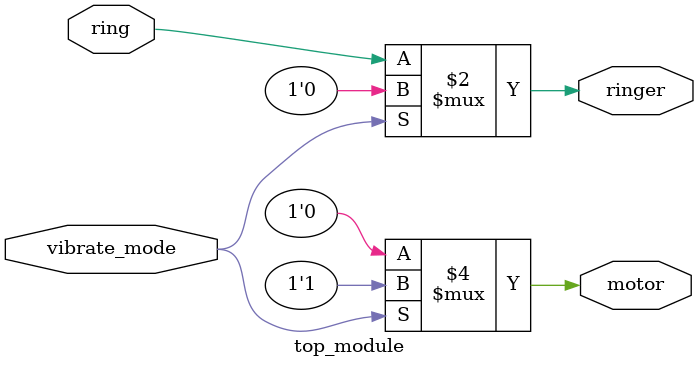
<source format=sv>
module top_module(
	input ring, 
	input vibrate_mode,
	output ringer,
	output motor
);
	// Assigning the ringer and motor outputs based on the ring and vibrate_mode inputs
	assign ringer = (vibrate_mode == 1'b1) ? 1'b0 : ring;
	assign motor = (vibrate_mode == 1'b1) ? 1'b1 : 1'b0;
endmodule

</source>
